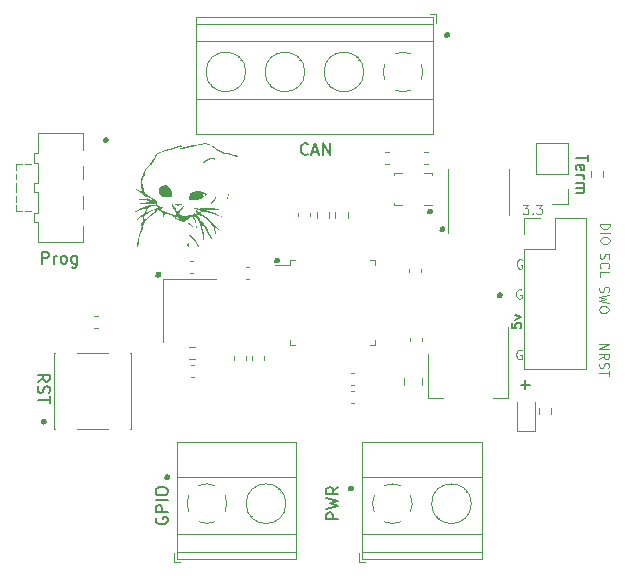
<source format=gbr>
%TF.GenerationSoftware,KiCad,Pcbnew,7.0.7*%
%TF.CreationDate,2024-03-24T23:16:09-05:00*%
%TF.ProjectId,lsm6dsoxCANEnabled,6c736d36-6473-46f7-9843-414e456e6162,rev?*%
%TF.SameCoordinates,Original*%
%TF.FileFunction,Legend,Top*%
%TF.FilePolarity,Positive*%
%FSLAX46Y46*%
G04 Gerber Fmt 4.6, Leading zero omitted, Abs format (unit mm)*
G04 Created by KiCad (PCBNEW 7.0.7) date 2024-03-24 23:16:09*
%MOMM*%
%LPD*%
G01*
G04 APERTURE LIST*
%ADD10C,0.150000*%
%ADD11C,0.500000*%
%ADD12C,0.100000*%
%ADD13C,0.120000*%
G04 APERTURE END LIST*
D10*
X94794295Y-46329887D02*
X94794295Y-46710839D01*
X94794295Y-46710839D02*
X95175247Y-46748935D01*
X95175247Y-46748935D02*
X95137152Y-46710839D01*
X95137152Y-46710839D02*
X95099057Y-46634649D01*
X95099057Y-46634649D02*
X95099057Y-46444173D01*
X95099057Y-46444173D02*
X95137152Y-46367982D01*
X95137152Y-46367982D02*
X95175247Y-46329887D01*
X95175247Y-46329887D02*
X95251438Y-46291792D01*
X95251438Y-46291792D02*
X95441914Y-46291792D01*
X95441914Y-46291792D02*
X95518104Y-46329887D01*
X95518104Y-46329887D02*
X95556200Y-46367982D01*
X95556200Y-46367982D02*
X95594295Y-46444173D01*
X95594295Y-46444173D02*
X95594295Y-46634649D01*
X95594295Y-46634649D02*
X95556200Y-46710839D01*
X95556200Y-46710839D02*
X95518104Y-46748935D01*
X95060961Y-46025125D02*
X95594295Y-45834649D01*
X95594295Y-45834649D02*
X95060961Y-45644172D01*
D11*
X81200000Y-60300000D02*
G75*
G03*
X81200000Y-60300000I-50000J0D01*
G01*
X65650000Y-59350000D02*
G75*
G03*
X65650000Y-59350000I-50000J0D01*
G01*
X55200000Y-54650000D02*
G75*
G03*
X55200000Y-54650000I-50000J0D01*
G01*
X88950000Y-38350000D02*
G75*
G03*
X88950000Y-38350000I-50000J0D01*
G01*
X74950000Y-41000000D02*
G75*
G03*
X74950000Y-41000000I-50000J0D01*
G01*
X87900000Y-36850000D02*
G75*
G03*
X87900000Y-36850000I-50000J0D01*
G01*
X60450000Y-30800000D02*
G75*
G03*
X60450000Y-30800000I-50000J0D01*
G01*
X89350000Y-21900000D02*
G75*
G03*
X89350000Y-21900000I-50000J0D01*
G01*
X64900000Y-42200000D02*
G75*
G03*
X64900000Y-42200000I-50000J0D01*
G01*
X93800000Y-43950000D02*
G75*
G03*
X93800000Y-43950000I-50000J0D01*
G01*
D10*
X54680180Y-51258207D02*
X55156371Y-50924874D01*
X54680180Y-50686779D02*
X55680180Y-50686779D01*
X55680180Y-50686779D02*
X55680180Y-51067731D01*
X55680180Y-51067731D02*
X55632561Y-51162969D01*
X55632561Y-51162969D02*
X55584942Y-51210588D01*
X55584942Y-51210588D02*
X55489704Y-51258207D01*
X55489704Y-51258207D02*
X55346847Y-51258207D01*
X55346847Y-51258207D02*
X55251609Y-51210588D01*
X55251609Y-51210588D02*
X55203990Y-51162969D01*
X55203990Y-51162969D02*
X55156371Y-51067731D01*
X55156371Y-51067731D02*
X55156371Y-50686779D01*
X54727800Y-51639160D02*
X54680180Y-51782017D01*
X54680180Y-51782017D02*
X54680180Y-52020112D01*
X54680180Y-52020112D02*
X54727800Y-52115350D01*
X54727800Y-52115350D02*
X54775419Y-52162969D01*
X54775419Y-52162969D02*
X54870657Y-52210588D01*
X54870657Y-52210588D02*
X54965895Y-52210588D01*
X54965895Y-52210588D02*
X55061133Y-52162969D01*
X55061133Y-52162969D02*
X55108752Y-52115350D01*
X55108752Y-52115350D02*
X55156371Y-52020112D01*
X55156371Y-52020112D02*
X55203990Y-51829636D01*
X55203990Y-51829636D02*
X55251609Y-51734398D01*
X55251609Y-51734398D02*
X55299228Y-51686779D01*
X55299228Y-51686779D02*
X55394466Y-51639160D01*
X55394466Y-51639160D02*
X55489704Y-51639160D01*
X55489704Y-51639160D02*
X55584942Y-51686779D01*
X55584942Y-51686779D02*
X55632561Y-51734398D01*
X55632561Y-51734398D02*
X55680180Y-51829636D01*
X55680180Y-51829636D02*
X55680180Y-52067731D01*
X55680180Y-52067731D02*
X55632561Y-52210588D01*
X55680180Y-52496303D02*
X55680180Y-53067731D01*
X54680180Y-52782017D02*
X55680180Y-52782017D01*
D12*
X95650312Y-48609990D02*
X95574122Y-48571895D01*
X95574122Y-48571895D02*
X95459836Y-48571895D01*
X95459836Y-48571895D02*
X95345550Y-48609990D01*
X95345550Y-48609990D02*
X95269360Y-48686180D01*
X95269360Y-48686180D02*
X95231265Y-48762371D01*
X95231265Y-48762371D02*
X95193169Y-48914752D01*
X95193169Y-48914752D02*
X95193169Y-49029038D01*
X95193169Y-49029038D02*
X95231265Y-49181419D01*
X95231265Y-49181419D02*
X95269360Y-49257609D01*
X95269360Y-49257609D02*
X95345550Y-49333800D01*
X95345550Y-49333800D02*
X95459836Y-49371895D01*
X95459836Y-49371895D02*
X95536027Y-49371895D01*
X95536027Y-49371895D02*
X95650312Y-49333800D01*
X95650312Y-49333800D02*
X95688408Y-49295704D01*
X95688408Y-49295704D02*
X95688408Y-49029038D01*
X95688408Y-49029038D02*
X95536027Y-49029038D01*
D10*
X95586779Y-51538866D02*
X96348684Y-51538866D01*
X95967731Y-51919819D02*
X95967731Y-51157914D01*
X80119819Y-62913220D02*
X79119819Y-62913220D01*
X79119819Y-62913220D02*
X79119819Y-62532268D01*
X79119819Y-62532268D02*
X79167438Y-62437030D01*
X79167438Y-62437030D02*
X79215057Y-62389411D01*
X79215057Y-62389411D02*
X79310295Y-62341792D01*
X79310295Y-62341792D02*
X79453152Y-62341792D01*
X79453152Y-62341792D02*
X79548390Y-62389411D01*
X79548390Y-62389411D02*
X79596009Y-62437030D01*
X79596009Y-62437030D02*
X79643628Y-62532268D01*
X79643628Y-62532268D02*
X79643628Y-62913220D01*
X79119819Y-62008458D02*
X80119819Y-61770363D01*
X80119819Y-61770363D02*
X79405533Y-61579887D01*
X79405533Y-61579887D02*
X80119819Y-61389411D01*
X80119819Y-61389411D02*
X79119819Y-61151316D01*
X80119819Y-60198935D02*
X79643628Y-60532268D01*
X80119819Y-60770363D02*
X79119819Y-60770363D01*
X79119819Y-60770363D02*
X79119819Y-60389411D01*
X79119819Y-60389411D02*
X79167438Y-60294173D01*
X79167438Y-60294173D02*
X79215057Y-60246554D01*
X79215057Y-60246554D02*
X79310295Y-60198935D01*
X79310295Y-60198935D02*
X79453152Y-60198935D01*
X79453152Y-60198935D02*
X79548390Y-60246554D01*
X79548390Y-60246554D02*
X79596009Y-60294173D01*
X79596009Y-60294173D02*
X79643628Y-60389411D01*
X79643628Y-60389411D02*
X79643628Y-60770363D01*
D12*
X95625312Y-43484990D02*
X95549122Y-43446895D01*
X95549122Y-43446895D02*
X95434836Y-43446895D01*
X95434836Y-43446895D02*
X95320550Y-43484990D01*
X95320550Y-43484990D02*
X95244360Y-43561180D01*
X95244360Y-43561180D02*
X95206265Y-43637371D01*
X95206265Y-43637371D02*
X95168169Y-43789752D01*
X95168169Y-43789752D02*
X95168169Y-43904038D01*
X95168169Y-43904038D02*
X95206265Y-44056419D01*
X95206265Y-44056419D02*
X95244360Y-44132609D01*
X95244360Y-44132609D02*
X95320550Y-44208800D01*
X95320550Y-44208800D02*
X95434836Y-44246895D01*
X95434836Y-44246895D02*
X95511027Y-44246895D01*
X95511027Y-44246895D02*
X95625312Y-44208800D01*
X95625312Y-44208800D02*
X95663408Y-44170704D01*
X95663408Y-44170704D02*
X95663408Y-43904038D01*
X95663408Y-43904038D02*
X95511027Y-43904038D01*
X95675312Y-40934990D02*
X95599122Y-40896895D01*
X95599122Y-40896895D02*
X95484836Y-40896895D01*
X95484836Y-40896895D02*
X95370550Y-40934990D01*
X95370550Y-40934990D02*
X95294360Y-41011180D01*
X95294360Y-41011180D02*
X95256265Y-41087371D01*
X95256265Y-41087371D02*
X95218169Y-41239752D01*
X95218169Y-41239752D02*
X95218169Y-41354038D01*
X95218169Y-41354038D02*
X95256265Y-41506419D01*
X95256265Y-41506419D02*
X95294360Y-41582609D01*
X95294360Y-41582609D02*
X95370550Y-41658800D01*
X95370550Y-41658800D02*
X95484836Y-41696895D01*
X95484836Y-41696895D02*
X95561027Y-41696895D01*
X95561027Y-41696895D02*
X95675312Y-41658800D01*
X95675312Y-41658800D02*
X95713408Y-41620704D01*
X95713408Y-41620704D02*
X95713408Y-41354038D01*
X95713408Y-41354038D02*
X95561027Y-41354038D01*
X102241200Y-43218169D02*
X102203104Y-43332455D01*
X102203104Y-43332455D02*
X102203104Y-43522931D01*
X102203104Y-43522931D02*
X102241200Y-43599122D01*
X102241200Y-43599122D02*
X102279295Y-43637217D01*
X102279295Y-43637217D02*
X102355485Y-43675312D01*
X102355485Y-43675312D02*
X102431676Y-43675312D01*
X102431676Y-43675312D02*
X102507866Y-43637217D01*
X102507866Y-43637217D02*
X102545961Y-43599122D01*
X102545961Y-43599122D02*
X102584057Y-43522931D01*
X102584057Y-43522931D02*
X102622152Y-43370550D01*
X102622152Y-43370550D02*
X102660247Y-43294360D01*
X102660247Y-43294360D02*
X102698342Y-43256265D01*
X102698342Y-43256265D02*
X102774533Y-43218169D01*
X102774533Y-43218169D02*
X102850723Y-43218169D01*
X102850723Y-43218169D02*
X102926914Y-43256265D01*
X102926914Y-43256265D02*
X102965009Y-43294360D01*
X102965009Y-43294360D02*
X103003104Y-43370550D01*
X103003104Y-43370550D02*
X103003104Y-43561027D01*
X103003104Y-43561027D02*
X102965009Y-43675312D01*
X103003104Y-43941979D02*
X102203104Y-44132455D01*
X102203104Y-44132455D02*
X102774533Y-44284836D01*
X102774533Y-44284836D02*
X102203104Y-44437217D01*
X102203104Y-44437217D02*
X103003104Y-44627694D01*
X103003104Y-45084837D02*
X103003104Y-45237218D01*
X103003104Y-45237218D02*
X102965009Y-45313408D01*
X102965009Y-45313408D02*
X102888819Y-45389599D01*
X102888819Y-45389599D02*
X102736438Y-45427694D01*
X102736438Y-45427694D02*
X102469771Y-45427694D01*
X102469771Y-45427694D02*
X102317390Y-45389599D01*
X102317390Y-45389599D02*
X102241200Y-45313408D01*
X102241200Y-45313408D02*
X102203104Y-45237218D01*
X102203104Y-45237218D02*
X102203104Y-45084837D01*
X102203104Y-45084837D02*
X102241200Y-45008646D01*
X102241200Y-45008646D02*
X102317390Y-44932456D01*
X102317390Y-44932456D02*
X102469771Y-44894360D01*
X102469771Y-44894360D02*
X102736438Y-44894360D01*
X102736438Y-44894360D02*
X102888819Y-44932456D01*
X102888819Y-44932456D02*
X102965009Y-45008646D01*
X102965009Y-45008646D02*
X103003104Y-45084837D01*
X102203104Y-48056265D02*
X103003104Y-48056265D01*
X103003104Y-48056265D02*
X102203104Y-48513408D01*
X102203104Y-48513408D02*
X103003104Y-48513408D01*
X102203104Y-49351503D02*
X102584057Y-49084836D01*
X102203104Y-48894360D02*
X103003104Y-48894360D01*
X103003104Y-48894360D02*
X103003104Y-49199122D01*
X103003104Y-49199122D02*
X102965009Y-49275312D01*
X102965009Y-49275312D02*
X102926914Y-49313407D01*
X102926914Y-49313407D02*
X102850723Y-49351503D01*
X102850723Y-49351503D02*
X102736438Y-49351503D01*
X102736438Y-49351503D02*
X102660247Y-49313407D01*
X102660247Y-49313407D02*
X102622152Y-49275312D01*
X102622152Y-49275312D02*
X102584057Y-49199122D01*
X102584057Y-49199122D02*
X102584057Y-48894360D01*
X102241200Y-49656264D02*
X102203104Y-49770550D01*
X102203104Y-49770550D02*
X102203104Y-49961026D01*
X102203104Y-49961026D02*
X102241200Y-50037217D01*
X102241200Y-50037217D02*
X102279295Y-50075312D01*
X102279295Y-50075312D02*
X102355485Y-50113407D01*
X102355485Y-50113407D02*
X102431676Y-50113407D01*
X102431676Y-50113407D02*
X102507866Y-50075312D01*
X102507866Y-50075312D02*
X102545961Y-50037217D01*
X102545961Y-50037217D02*
X102584057Y-49961026D01*
X102584057Y-49961026D02*
X102622152Y-49808645D01*
X102622152Y-49808645D02*
X102660247Y-49732455D01*
X102660247Y-49732455D02*
X102698342Y-49694360D01*
X102698342Y-49694360D02*
X102774533Y-49656264D01*
X102774533Y-49656264D02*
X102850723Y-49656264D01*
X102850723Y-49656264D02*
X102926914Y-49694360D01*
X102926914Y-49694360D02*
X102965009Y-49732455D01*
X102965009Y-49732455D02*
X103003104Y-49808645D01*
X103003104Y-49808645D02*
X103003104Y-49999122D01*
X103003104Y-49999122D02*
X102965009Y-50113407D01*
X103003104Y-50341979D02*
X103003104Y-50799122D01*
X102203104Y-50570550D02*
X103003104Y-50570550D01*
D10*
X101280180Y-32043922D02*
X101280180Y-32615350D01*
X100280180Y-32329636D02*
X101280180Y-32329636D01*
X100327800Y-33329636D02*
X100280180Y-33234398D01*
X100280180Y-33234398D02*
X100280180Y-33043922D01*
X100280180Y-33043922D02*
X100327800Y-32948684D01*
X100327800Y-32948684D02*
X100423038Y-32901065D01*
X100423038Y-32901065D02*
X100803990Y-32901065D01*
X100803990Y-32901065D02*
X100899228Y-32948684D01*
X100899228Y-32948684D02*
X100946847Y-33043922D01*
X100946847Y-33043922D02*
X100946847Y-33234398D01*
X100946847Y-33234398D02*
X100899228Y-33329636D01*
X100899228Y-33329636D02*
X100803990Y-33377255D01*
X100803990Y-33377255D02*
X100708752Y-33377255D01*
X100708752Y-33377255D02*
X100613514Y-32901065D01*
X100280180Y-33805827D02*
X100946847Y-33805827D01*
X100756371Y-33805827D02*
X100851609Y-33853446D01*
X100851609Y-33853446D02*
X100899228Y-33901065D01*
X100899228Y-33901065D02*
X100946847Y-33996303D01*
X100946847Y-33996303D02*
X100946847Y-34091541D01*
X100280180Y-34424875D02*
X100946847Y-34424875D01*
X100851609Y-34424875D02*
X100899228Y-34472494D01*
X100899228Y-34472494D02*
X100946847Y-34567732D01*
X100946847Y-34567732D02*
X100946847Y-34710589D01*
X100946847Y-34710589D02*
X100899228Y-34805827D01*
X100899228Y-34805827D02*
X100803990Y-34853446D01*
X100803990Y-34853446D02*
X100280180Y-34853446D01*
X100803990Y-34853446D02*
X100899228Y-34901065D01*
X100899228Y-34901065D02*
X100946847Y-34996303D01*
X100946847Y-34996303D02*
X100946847Y-35139160D01*
X100946847Y-35139160D02*
X100899228Y-35234399D01*
X100899228Y-35234399D02*
X100803990Y-35282018D01*
X100803990Y-35282018D02*
X100280180Y-35282018D01*
D12*
X102291200Y-40418169D02*
X102253104Y-40532455D01*
X102253104Y-40532455D02*
X102253104Y-40722931D01*
X102253104Y-40722931D02*
X102291200Y-40799122D01*
X102291200Y-40799122D02*
X102329295Y-40837217D01*
X102329295Y-40837217D02*
X102405485Y-40875312D01*
X102405485Y-40875312D02*
X102481676Y-40875312D01*
X102481676Y-40875312D02*
X102557866Y-40837217D01*
X102557866Y-40837217D02*
X102595961Y-40799122D01*
X102595961Y-40799122D02*
X102634057Y-40722931D01*
X102634057Y-40722931D02*
X102672152Y-40570550D01*
X102672152Y-40570550D02*
X102710247Y-40494360D01*
X102710247Y-40494360D02*
X102748342Y-40456265D01*
X102748342Y-40456265D02*
X102824533Y-40418169D01*
X102824533Y-40418169D02*
X102900723Y-40418169D01*
X102900723Y-40418169D02*
X102976914Y-40456265D01*
X102976914Y-40456265D02*
X103015009Y-40494360D01*
X103015009Y-40494360D02*
X103053104Y-40570550D01*
X103053104Y-40570550D02*
X103053104Y-40761027D01*
X103053104Y-40761027D02*
X103015009Y-40875312D01*
X102329295Y-41675313D02*
X102291200Y-41637217D01*
X102291200Y-41637217D02*
X102253104Y-41522932D01*
X102253104Y-41522932D02*
X102253104Y-41446741D01*
X102253104Y-41446741D02*
X102291200Y-41332455D01*
X102291200Y-41332455D02*
X102367390Y-41256265D01*
X102367390Y-41256265D02*
X102443580Y-41218170D01*
X102443580Y-41218170D02*
X102595961Y-41180074D01*
X102595961Y-41180074D02*
X102710247Y-41180074D01*
X102710247Y-41180074D02*
X102862628Y-41218170D01*
X102862628Y-41218170D02*
X102938819Y-41256265D01*
X102938819Y-41256265D02*
X103015009Y-41332455D01*
X103015009Y-41332455D02*
X103053104Y-41446741D01*
X103053104Y-41446741D02*
X103053104Y-41522932D01*
X103053104Y-41522932D02*
X103015009Y-41637217D01*
X103015009Y-41637217D02*
X102976914Y-41675313D01*
X102253104Y-42399122D02*
X102253104Y-42018170D01*
X102253104Y-42018170D02*
X103053104Y-42018170D01*
D10*
X77558207Y-31974580D02*
X77510588Y-32022200D01*
X77510588Y-32022200D02*
X77367731Y-32069819D01*
X77367731Y-32069819D02*
X77272493Y-32069819D01*
X77272493Y-32069819D02*
X77129636Y-32022200D01*
X77129636Y-32022200D02*
X77034398Y-31926961D01*
X77034398Y-31926961D02*
X76986779Y-31831723D01*
X76986779Y-31831723D02*
X76939160Y-31641247D01*
X76939160Y-31641247D02*
X76939160Y-31498390D01*
X76939160Y-31498390D02*
X76986779Y-31307914D01*
X76986779Y-31307914D02*
X77034398Y-31212676D01*
X77034398Y-31212676D02*
X77129636Y-31117438D01*
X77129636Y-31117438D02*
X77272493Y-31069819D01*
X77272493Y-31069819D02*
X77367731Y-31069819D01*
X77367731Y-31069819D02*
X77510588Y-31117438D01*
X77510588Y-31117438D02*
X77558207Y-31165057D01*
X77939160Y-31784104D02*
X78415350Y-31784104D01*
X77843922Y-32069819D02*
X78177255Y-31069819D01*
X78177255Y-31069819D02*
X78510588Y-32069819D01*
X78843922Y-32069819D02*
X78843922Y-31069819D01*
X78843922Y-31069819D02*
X79415350Y-32069819D01*
X79415350Y-32069819D02*
X79415350Y-31069819D01*
D12*
X102303104Y-37906265D02*
X103103104Y-37906265D01*
X103103104Y-37906265D02*
X103103104Y-38096741D01*
X103103104Y-38096741D02*
X103065009Y-38211027D01*
X103065009Y-38211027D02*
X102988819Y-38287217D01*
X102988819Y-38287217D02*
X102912628Y-38325312D01*
X102912628Y-38325312D02*
X102760247Y-38363408D01*
X102760247Y-38363408D02*
X102645961Y-38363408D01*
X102645961Y-38363408D02*
X102493580Y-38325312D01*
X102493580Y-38325312D02*
X102417390Y-38287217D01*
X102417390Y-38287217D02*
X102341200Y-38211027D01*
X102341200Y-38211027D02*
X102303104Y-38096741D01*
X102303104Y-38096741D02*
X102303104Y-37906265D01*
X102303104Y-38706265D02*
X103103104Y-38706265D01*
X103103104Y-39239598D02*
X103103104Y-39391979D01*
X103103104Y-39391979D02*
X103065009Y-39468169D01*
X103065009Y-39468169D02*
X102988819Y-39544360D01*
X102988819Y-39544360D02*
X102836438Y-39582455D01*
X102836438Y-39582455D02*
X102569771Y-39582455D01*
X102569771Y-39582455D02*
X102417390Y-39544360D01*
X102417390Y-39544360D02*
X102341200Y-39468169D01*
X102341200Y-39468169D02*
X102303104Y-39391979D01*
X102303104Y-39391979D02*
X102303104Y-39239598D01*
X102303104Y-39239598D02*
X102341200Y-39163407D01*
X102341200Y-39163407D02*
X102417390Y-39087217D01*
X102417390Y-39087217D02*
X102569771Y-39049121D01*
X102569771Y-39049121D02*
X102836438Y-39049121D01*
X102836438Y-39049121D02*
X102988819Y-39087217D01*
X102988819Y-39087217D02*
X103065009Y-39163407D01*
X103065009Y-39163407D02*
X103103104Y-39239598D01*
X95730074Y-36296895D02*
X96225312Y-36296895D01*
X96225312Y-36296895D02*
X95958646Y-36601657D01*
X95958646Y-36601657D02*
X96072931Y-36601657D01*
X96072931Y-36601657D02*
X96149122Y-36639752D01*
X96149122Y-36639752D02*
X96187217Y-36677847D01*
X96187217Y-36677847D02*
X96225312Y-36754038D01*
X96225312Y-36754038D02*
X96225312Y-36944514D01*
X96225312Y-36944514D02*
X96187217Y-37020704D01*
X96187217Y-37020704D02*
X96149122Y-37058800D01*
X96149122Y-37058800D02*
X96072931Y-37096895D01*
X96072931Y-37096895D02*
X95844360Y-37096895D01*
X95844360Y-37096895D02*
X95768169Y-37058800D01*
X95768169Y-37058800D02*
X95730074Y-37020704D01*
X96568170Y-37020704D02*
X96606265Y-37058800D01*
X96606265Y-37058800D02*
X96568170Y-37096895D01*
X96568170Y-37096895D02*
X96530074Y-37058800D01*
X96530074Y-37058800D02*
X96568170Y-37020704D01*
X96568170Y-37020704D02*
X96568170Y-37096895D01*
X96872931Y-36296895D02*
X97368169Y-36296895D01*
X97368169Y-36296895D02*
X97101503Y-36601657D01*
X97101503Y-36601657D02*
X97215788Y-36601657D01*
X97215788Y-36601657D02*
X97291979Y-36639752D01*
X97291979Y-36639752D02*
X97330074Y-36677847D01*
X97330074Y-36677847D02*
X97368169Y-36754038D01*
X97368169Y-36754038D02*
X97368169Y-36944514D01*
X97368169Y-36944514D02*
X97330074Y-37020704D01*
X97330074Y-37020704D02*
X97291979Y-37058800D01*
X97291979Y-37058800D02*
X97215788Y-37096895D01*
X97215788Y-37096895D02*
X96987217Y-37096895D01*
X96987217Y-37096895D02*
X96911026Y-37058800D01*
X96911026Y-37058800D02*
X96872931Y-37020704D01*
D10*
X55036779Y-41269819D02*
X55036779Y-40269819D01*
X55036779Y-40269819D02*
X55417731Y-40269819D01*
X55417731Y-40269819D02*
X55512969Y-40317438D01*
X55512969Y-40317438D02*
X55560588Y-40365057D01*
X55560588Y-40365057D02*
X55608207Y-40460295D01*
X55608207Y-40460295D02*
X55608207Y-40603152D01*
X55608207Y-40603152D02*
X55560588Y-40698390D01*
X55560588Y-40698390D02*
X55512969Y-40746009D01*
X55512969Y-40746009D02*
X55417731Y-40793628D01*
X55417731Y-40793628D02*
X55036779Y-40793628D01*
X56036779Y-41269819D02*
X56036779Y-40603152D01*
X56036779Y-40793628D02*
X56084398Y-40698390D01*
X56084398Y-40698390D02*
X56132017Y-40650771D01*
X56132017Y-40650771D02*
X56227255Y-40603152D01*
X56227255Y-40603152D02*
X56322493Y-40603152D01*
X56798684Y-41269819D02*
X56703446Y-41222200D01*
X56703446Y-41222200D02*
X56655827Y-41174580D01*
X56655827Y-41174580D02*
X56608208Y-41079342D01*
X56608208Y-41079342D02*
X56608208Y-40793628D01*
X56608208Y-40793628D02*
X56655827Y-40698390D01*
X56655827Y-40698390D02*
X56703446Y-40650771D01*
X56703446Y-40650771D02*
X56798684Y-40603152D01*
X56798684Y-40603152D02*
X56941541Y-40603152D01*
X56941541Y-40603152D02*
X57036779Y-40650771D01*
X57036779Y-40650771D02*
X57084398Y-40698390D01*
X57084398Y-40698390D02*
X57132017Y-40793628D01*
X57132017Y-40793628D02*
X57132017Y-41079342D01*
X57132017Y-41079342D02*
X57084398Y-41174580D01*
X57084398Y-41174580D02*
X57036779Y-41222200D01*
X57036779Y-41222200D02*
X56941541Y-41269819D01*
X56941541Y-41269819D02*
X56798684Y-41269819D01*
X57989160Y-40603152D02*
X57989160Y-41412676D01*
X57989160Y-41412676D02*
X57941541Y-41507914D01*
X57941541Y-41507914D02*
X57893922Y-41555533D01*
X57893922Y-41555533D02*
X57798684Y-41603152D01*
X57798684Y-41603152D02*
X57655827Y-41603152D01*
X57655827Y-41603152D02*
X57560589Y-41555533D01*
X57989160Y-41222200D02*
X57893922Y-41269819D01*
X57893922Y-41269819D02*
X57703446Y-41269819D01*
X57703446Y-41269819D02*
X57608208Y-41222200D01*
X57608208Y-41222200D02*
X57560589Y-41174580D01*
X57560589Y-41174580D02*
X57512970Y-41079342D01*
X57512970Y-41079342D02*
X57512970Y-40793628D01*
X57512970Y-40793628D02*
X57560589Y-40698390D01*
X57560589Y-40698390D02*
X57608208Y-40650771D01*
X57608208Y-40650771D02*
X57703446Y-40603152D01*
X57703446Y-40603152D02*
X57893922Y-40603152D01*
X57893922Y-40603152D02*
X57989160Y-40650771D01*
X64717438Y-62789411D02*
X64669819Y-62884649D01*
X64669819Y-62884649D02*
X64669819Y-63027506D01*
X64669819Y-63027506D02*
X64717438Y-63170363D01*
X64717438Y-63170363D02*
X64812676Y-63265601D01*
X64812676Y-63265601D02*
X64907914Y-63313220D01*
X64907914Y-63313220D02*
X65098390Y-63360839D01*
X65098390Y-63360839D02*
X65241247Y-63360839D01*
X65241247Y-63360839D02*
X65431723Y-63313220D01*
X65431723Y-63313220D02*
X65526961Y-63265601D01*
X65526961Y-63265601D02*
X65622200Y-63170363D01*
X65622200Y-63170363D02*
X65669819Y-63027506D01*
X65669819Y-63027506D02*
X65669819Y-62932268D01*
X65669819Y-62932268D02*
X65622200Y-62789411D01*
X65622200Y-62789411D02*
X65574580Y-62741792D01*
X65574580Y-62741792D02*
X65241247Y-62741792D01*
X65241247Y-62741792D02*
X65241247Y-62932268D01*
X65669819Y-62313220D02*
X64669819Y-62313220D01*
X64669819Y-62313220D02*
X64669819Y-61932268D01*
X64669819Y-61932268D02*
X64717438Y-61837030D01*
X64717438Y-61837030D02*
X64765057Y-61789411D01*
X64765057Y-61789411D02*
X64860295Y-61741792D01*
X64860295Y-61741792D02*
X65003152Y-61741792D01*
X65003152Y-61741792D02*
X65098390Y-61789411D01*
X65098390Y-61789411D02*
X65146009Y-61837030D01*
X65146009Y-61837030D02*
X65193628Y-61932268D01*
X65193628Y-61932268D02*
X65193628Y-62313220D01*
X65669819Y-61313220D02*
X64669819Y-61313220D01*
X64669819Y-60646554D02*
X64669819Y-60456078D01*
X64669819Y-60456078D02*
X64717438Y-60360840D01*
X64717438Y-60360840D02*
X64812676Y-60265602D01*
X64812676Y-60265602D02*
X65003152Y-60217983D01*
X65003152Y-60217983D02*
X65336485Y-60217983D01*
X65336485Y-60217983D02*
X65526961Y-60265602D01*
X65526961Y-60265602D02*
X65622200Y-60360840D01*
X65622200Y-60360840D02*
X65669819Y-60456078D01*
X65669819Y-60456078D02*
X65669819Y-60646554D01*
X65669819Y-60646554D02*
X65622200Y-60741792D01*
X65622200Y-60741792D02*
X65526961Y-60837030D01*
X65526961Y-60837030D02*
X65336485Y-60884649D01*
X65336485Y-60884649D02*
X65003152Y-60884649D01*
X65003152Y-60884649D02*
X64812676Y-60837030D01*
X64812676Y-60837030D02*
X64717438Y-60741792D01*
X64717438Y-60741792D02*
X64669819Y-60646554D01*
D13*
%TO.C,C4*%
X87210000Y-47553733D02*
X87210000Y-47846267D01*
X86190000Y-47553733D02*
X86190000Y-47846267D01*
%TO.C,U5*%
X94510000Y-46650000D02*
X94510000Y-52660000D01*
X87690000Y-48900000D02*
X87690000Y-52660000D01*
X87690000Y-52660000D02*
X88950000Y-52660000D01*
X94510000Y-52660000D02*
X93250000Y-52660000D01*
%TO.C,C5*%
X85715000Y-51511252D02*
X85715000Y-50988748D01*
X87185000Y-51511252D02*
X87185000Y-50988748D01*
%TO.C,R1*%
X80922500Y-36895276D02*
X80922500Y-37404724D01*
X79877500Y-36895276D02*
X79877500Y-37404724D01*
%TO.C,Y1*%
X69800000Y-42550000D02*
X65300000Y-42550000D01*
X65300000Y-42550000D02*
X65300000Y-47950000D01*
%TO.C,C13*%
X84103733Y-31790000D02*
X84396267Y-31790000D01*
X84103733Y-32810000D02*
X84396267Y-32810000D01*
%TO.C,C7*%
X81471267Y-51560000D02*
X81178733Y-51560000D01*
X81471267Y-50540000D02*
X81178733Y-50540000D01*
%TO.C,U2*%
X89440000Y-35200000D02*
X89440000Y-38650000D01*
X89440000Y-35200000D02*
X89440000Y-33250000D01*
X94560000Y-35200000D02*
X94560000Y-37150000D01*
X94560000Y-35200000D02*
X94560000Y-33250000D01*
%TO.C,U3*%
X76027500Y-40940000D02*
X76027500Y-41390000D01*
X76027500Y-41390000D02*
X74737500Y-41390000D01*
X76027500Y-48160000D02*
X76027500Y-47710000D01*
X76477500Y-40940000D02*
X76027500Y-40940000D01*
X76477500Y-48160000D02*
X76027500Y-48160000D01*
X82797500Y-40940000D02*
X83247500Y-40940000D01*
X82797500Y-48160000D02*
X83247500Y-48160000D01*
X83247500Y-40940000D02*
X83247500Y-41390000D01*
X83247500Y-48160000D02*
X83247500Y-47710000D01*
%TO.C,C2*%
X67553733Y-41040000D02*
X67846267Y-41040000D01*
X67553733Y-42060000D02*
X67846267Y-42060000D01*
%TO.C,R4*%
X101527500Y-33904724D02*
X101527500Y-33395276D01*
X102572500Y-33904724D02*
X102572500Y-33395276D01*
%TO.C,J4*%
X95880000Y-37400000D02*
X97210000Y-37400000D01*
X95880000Y-38730000D02*
X95880000Y-37400000D01*
X95880000Y-40000000D02*
X95880000Y-50220000D01*
X95880000Y-40000000D02*
X98480000Y-40000000D01*
X95880000Y-50220000D02*
X101080000Y-50220000D01*
X98480000Y-37400000D02*
X101080000Y-37400000D01*
X98480000Y-40000000D02*
X98480000Y-37400000D01*
X101080000Y-37400000D02*
X101080000Y-50220000D01*
%TO.C,G\u002A\u002A\u002A*%
G36*
X66616967Y-36237099D02*
G01*
X66820095Y-36261473D01*
X66933208Y-36284760D01*
X66941567Y-36290645D01*
X66872316Y-36325273D01*
X66712156Y-36350719D01*
X66532475Y-36358681D01*
X66434379Y-36349629D01*
X66300100Y-36302737D01*
X66304402Y-36259074D01*
X66423949Y-36233023D01*
X66616967Y-36237099D01*
G37*
G36*
X67501141Y-37838000D02*
G01*
X67649128Y-37936279D01*
X67778812Y-38048181D01*
X67837152Y-38131979D01*
X67833007Y-38145212D01*
X67751593Y-38124843D01*
X67598143Y-38025973D01*
X67550193Y-37988864D01*
X67415938Y-37867155D01*
X67375841Y-37799856D01*
X67387893Y-37795067D01*
X67501141Y-37838000D01*
G37*
G36*
X67410979Y-39486107D02*
G01*
X67445207Y-39655452D01*
X67445778Y-39659314D01*
X67451582Y-39829031D01*
X67416239Y-39902673D01*
X67414414Y-39902764D01*
X67367288Y-39832191D01*
X67347323Y-39662171D01*
X67347318Y-39659314D01*
X67356423Y-39488225D01*
X67378352Y-39415877D01*
X67378683Y-39415863D01*
X67410979Y-39486107D01*
G37*
G36*
X70904350Y-35186847D02*
G01*
X70905717Y-35236630D01*
X70867524Y-35490637D01*
X70787719Y-35682956D01*
X70713452Y-35789872D01*
X70710693Y-35752783D01*
X70720401Y-35723531D01*
X70777070Y-35531367D01*
X70835920Y-35288691D01*
X70838399Y-35277205D01*
X70878868Y-35097294D01*
X70897110Y-35069430D01*
X70904350Y-35186847D01*
G37*
G36*
X69747231Y-35621314D02*
G01*
X69749605Y-35723046D01*
X69678100Y-35888941D01*
X69566018Y-36061283D01*
X69446656Y-36182356D01*
X69413011Y-36200598D01*
X69293908Y-36241143D01*
X69272517Y-36221064D01*
X69354364Y-36119028D01*
X69465239Y-35998974D01*
X69611550Y-35823582D01*
X69693986Y-35688356D01*
X69700673Y-35660849D01*
X69731676Y-35610730D01*
X69747231Y-35621314D01*
G37*
G36*
X67632343Y-38871097D02*
G01*
X67747470Y-38949353D01*
X67886175Y-39117882D01*
X68033632Y-39334713D01*
X68183210Y-39560583D01*
X68304045Y-39739256D01*
X68347653Y-39801326D01*
X68392299Y-39889653D01*
X68382487Y-39902764D01*
X68315547Y-39843999D01*
X68182428Y-39691602D01*
X68047950Y-39524271D01*
X67890002Y-39312857D01*
X67782986Y-39153003D01*
X67753069Y-39090346D01*
X67688828Y-39017238D01*
X67570481Y-38946855D01*
X67469496Y-38880406D01*
X67509618Y-38854547D01*
X67632343Y-38871097D01*
G37*
G36*
X69646331Y-32365706D02*
G01*
X69687226Y-32436949D01*
X69698793Y-32515217D01*
X69625075Y-32474151D01*
X69599235Y-32453185D01*
X69482359Y-32392901D01*
X69330088Y-32412412D01*
X69190194Y-32465193D01*
X68990900Y-32565043D01*
X68863754Y-32658964D01*
X68853713Y-32672120D01*
X68760288Y-32738859D01*
X68636856Y-32764129D01*
X68565693Y-32733055D01*
X68564570Y-32724396D01*
X68628306Y-32666061D01*
X68791635Y-32556872D01*
X68926864Y-32474923D01*
X69235245Y-32333302D01*
X69483255Y-32296487D01*
X69646331Y-32365706D01*
G37*
G36*
X65817436Y-34750528D02*
G01*
X65988461Y-34969264D01*
X66048516Y-35301755D01*
X66048515Y-35303289D01*
X66048114Y-35642381D01*
X65703627Y-35656773D01*
X65438981Y-35645222D01*
X65214019Y-35598551D01*
X65174787Y-35582722D01*
X64993532Y-35411215D01*
X64956200Y-35277205D01*
X65805465Y-35277205D01*
X65835157Y-35344001D01*
X65859565Y-35331305D01*
X65869277Y-35234999D01*
X65859565Y-35223105D01*
X65811321Y-35234244D01*
X65805465Y-35277205D01*
X64956200Y-35277205D01*
X64917473Y-35138186D01*
X64920431Y-35074330D01*
X65562014Y-35074330D01*
X65602590Y-35114905D01*
X65643165Y-35074330D01*
X65602590Y-35033755D01*
X65562014Y-35074330D01*
X64920431Y-35074330D01*
X64926375Y-34946034D01*
X65023221Y-34775051D01*
X65196839Y-34693262D01*
X65549031Y-34655282D01*
X65817436Y-34750528D01*
G37*
G36*
X69174267Y-31148020D02*
G01*
X69454652Y-31278015D01*
X69556770Y-31347629D01*
X69878508Y-31557524D01*
X70226733Y-31741978D01*
X70553474Y-31878841D01*
X70810763Y-31945963D01*
X70859669Y-31949256D01*
X71047514Y-31974674D01*
X71273824Y-32036847D01*
X71483697Y-32116233D01*
X71622233Y-32193294D01*
X71648276Y-32229933D01*
X71608755Y-32266403D01*
X71473495Y-32231441D01*
X71283101Y-32149993D01*
X71023554Y-32067065D01*
X70787999Y-32034859D01*
X70550955Y-31987194D01*
X70243737Y-31867875D01*
X69924623Y-31704449D01*
X69651893Y-31524464D01*
X69578947Y-31463355D01*
X69257766Y-31272624D01*
X68854240Y-31187765D01*
X68415461Y-31216733D01*
X68293253Y-31246168D01*
X67711024Y-31400536D01*
X67255500Y-31500181D01*
X66937543Y-31542802D01*
X66886302Y-31544298D01*
X66735844Y-31528989D01*
X66731088Y-31492563D01*
X66859338Y-31449270D01*
X66991359Y-31426397D01*
X67175123Y-31393545D01*
X67465347Y-31333072D01*
X67810816Y-31255831D01*
X67955217Y-31222148D01*
X68460137Y-31122874D01*
X68854624Y-31097236D01*
X69174267Y-31148020D01*
G37*
G36*
X68396056Y-35142296D02*
G01*
X68694212Y-35206514D01*
X68935839Y-35290834D01*
X69017424Y-35384848D01*
X68941160Y-35493659D01*
X68844114Y-35555433D01*
X68659818Y-35664676D01*
X68471241Y-35784394D01*
X68187810Y-35891200D01*
X67831974Y-35912121D01*
X67570481Y-35870467D01*
X67488526Y-35804681D01*
X68077669Y-35804681D01*
X68118245Y-35845256D01*
X68158820Y-35804681D01*
X68118245Y-35764106D01*
X68077669Y-35804681D01*
X67488526Y-35804681D01*
X67450088Y-35773826D01*
X67449358Y-35642381D01*
X67834219Y-35642381D01*
X67874794Y-35682956D01*
X67915369Y-35642381D01*
X67874794Y-35601806D01*
X67834219Y-35642381D01*
X67449358Y-35642381D01*
X67449107Y-35597256D01*
X67530088Y-35439505D01*
X68645721Y-35439505D01*
X68703964Y-35518333D01*
X68722081Y-35520655D01*
X68831986Y-35461668D01*
X68848596Y-35439505D01*
X68830199Y-35370033D01*
X68772235Y-35358355D01*
X68661204Y-35400724D01*
X68645721Y-35439505D01*
X67530088Y-35439505D01*
X67566161Y-35369234D01*
X67596658Y-35328724D01*
X67781465Y-35176431D01*
X68039694Y-35115205D01*
X68396056Y-35142296D01*
G37*
G36*
X66893551Y-31291725D02*
G01*
X66904075Y-31305835D01*
X66873679Y-31363199D01*
X66759711Y-31381997D01*
X66577460Y-31408523D01*
X66491184Y-31449430D01*
X66377739Y-31504213D01*
X66155983Y-31581908D01*
X65886615Y-31662074D01*
X65462938Y-31779861D01*
X65168662Y-31865865D01*
X64976328Y-31929957D01*
X64858472Y-31982009D01*
X64787634Y-32031892D01*
X64752064Y-32069904D01*
X64683643Y-32221727D01*
X64683372Y-32288916D01*
X64641650Y-32393608D01*
X64509682Y-32577799D01*
X64312945Y-32807198D01*
X64241986Y-32882970D01*
X64022566Y-33131932D01*
X63859671Y-33354275D01*
X63780325Y-33512009D01*
X63776711Y-33536949D01*
X63728433Y-33735113D01*
X63657567Y-33861855D01*
X63571089Y-34079639D01*
X63540415Y-34391842D01*
X63565464Y-34740502D01*
X63646161Y-35067660D01*
X63659232Y-35101853D01*
X63748894Y-35280164D01*
X63877208Y-35419869D01*
X64084007Y-35555049D01*
X64345640Y-35689126D01*
X64617863Y-35833678D01*
X64781689Y-35947033D01*
X64817365Y-36015174D01*
X64811758Y-36019858D01*
X64760418Y-36126231D01*
X64812897Y-36272595D01*
X64936180Y-36411666D01*
X65097251Y-36496155D01*
X65149689Y-36503871D01*
X65268560Y-36519454D01*
X65227027Y-36547718D01*
X65217126Y-36550396D01*
X65096808Y-36615872D01*
X65075114Y-36659853D01*
X65127125Y-36739738D01*
X65240955Y-36819702D01*
X65353291Y-36864313D01*
X65400957Y-36842201D01*
X65434936Y-36835127D01*
X65461819Y-36868863D01*
X65570714Y-36945348D01*
X65770647Y-37026616D01*
X66008395Y-37097916D01*
X66230732Y-37144493D01*
X66384433Y-37151597D01*
X66419818Y-37134392D01*
X66407256Y-37026420D01*
X66317812Y-36855896D01*
X66296835Y-36825334D01*
X66162724Y-36576546D01*
X66080094Y-36318699D01*
X66062149Y-36188382D01*
X66082423Y-36174493D01*
X66152302Y-36287656D01*
X66253461Y-36480480D01*
X66475473Y-36912829D01*
X66802835Y-36602206D01*
X66984712Y-36431345D01*
X67061961Y-36368406D01*
X67047274Y-36409161D01*
X66953342Y-36549383D01*
X66950953Y-36552866D01*
X66816141Y-36733775D01*
X66709620Y-36850447D01*
X66694338Y-36861968D01*
X66616240Y-36977736D01*
X66666693Y-37105589D01*
X66821313Y-37191854D01*
X67018855Y-37211260D01*
X67297710Y-37204204D01*
X67465946Y-37188132D01*
X67719810Y-37147953D01*
X67842944Y-37099568D01*
X67866763Y-37027624D01*
X67858282Y-36996377D01*
X67839821Y-36906776D01*
X67908453Y-36950777D01*
X67919656Y-36961071D01*
X68063769Y-37055793D01*
X68131144Y-37016449D01*
X68114592Y-36879921D01*
X68088617Y-36758921D01*
X68134889Y-36770662D01*
X68165929Y-36798770D01*
X68308616Y-36884219D01*
X68435202Y-36890169D01*
X68483420Y-36822735D01*
X68412466Y-36758405D01*
X68237797Y-36699923D01*
X68198498Y-36691811D01*
X68165896Y-36683808D01*
X68672771Y-36683808D01*
X68683910Y-36732051D01*
X68726871Y-36737908D01*
X68793666Y-36708216D01*
X68780971Y-36683808D01*
X68684665Y-36674096D01*
X68672771Y-36683808D01*
X68165896Y-36683808D01*
X67964011Y-36634251D01*
X67912219Y-36602658D01*
X68267020Y-36602658D01*
X68278159Y-36650901D01*
X68321120Y-36656758D01*
X68387916Y-36627066D01*
X68375220Y-36602658D01*
X68278914Y-36592946D01*
X68267020Y-36602658D01*
X67912219Y-36602658D01*
X67883174Y-36584941D01*
X67947335Y-36552103D01*
X68147844Y-36543959D01*
X68342056Y-36555361D01*
X68680529Y-36577132D01*
X69095659Y-36593761D01*
X69501813Y-36601881D01*
X69530361Y-36602057D01*
X69854050Y-36613324D01*
X70022677Y-36638469D01*
X70042139Y-36670518D01*
X69918329Y-36702499D01*
X69657142Y-36727439D01*
X69416647Y-36736568D01*
X68929746Y-36746636D01*
X69376072Y-36890665D01*
X69686407Y-37001061D01*
X69969400Y-37119507D01*
X70191139Y-37229622D01*
X70317710Y-37315021D01*
X70330925Y-37351958D01*
X70244399Y-37340832D01*
X70066445Y-37272837D01*
X69978495Y-37232294D01*
X69631764Y-37083311D01*
X69297732Y-36971483D01*
X68995948Y-36897617D01*
X68745965Y-36862516D01*
X68567332Y-36866986D01*
X68479599Y-36911832D01*
X68502318Y-36997860D01*
X68655038Y-37125873D01*
X68744025Y-37181459D01*
X68911936Y-37304098D01*
X69154554Y-37510592D01*
X69434068Y-37767830D01*
X69616389Y-37945330D01*
X69841934Y-38173159D01*
X69993531Y-38332345D01*
X70056886Y-38407374D01*
X70025273Y-38389007D01*
X69806961Y-38218496D01*
X69691675Y-38155521D01*
X69663847Y-38196817D01*
X69700918Y-38320981D01*
X69760878Y-38568734D01*
X69773516Y-38751657D01*
X69764487Y-38880331D01*
X69744730Y-38867747D01*
X69702774Y-38705329D01*
X69700893Y-38697377D01*
X69562602Y-38258404D01*
X69361292Y-37912658D01*
X69060428Y-37606756D01*
X68836269Y-37433983D01*
X68560080Y-37252154D01*
X68349270Y-37144854D01*
X68220686Y-37114871D01*
X68191174Y-37164994D01*
X68277580Y-37298013D01*
X68323519Y-37349088D01*
X68435095Y-37516196D01*
X68438809Y-37637091D01*
X68423318Y-37699552D01*
X68460036Y-37685587D01*
X68571282Y-37697997D01*
X68668615Y-37774486D01*
X68766068Y-37909843D01*
X68900827Y-38130346D01*
X69053094Y-38398990D01*
X69203071Y-38678768D01*
X69330958Y-38932674D01*
X69416959Y-39123702D01*
X69441274Y-39214847D01*
X69440128Y-39216557D01*
X69388229Y-39166259D01*
X69277335Y-39001982D01*
X69125956Y-38752348D01*
X69017720Y-38563403D01*
X68846124Y-38264597D01*
X68699986Y-38022801D01*
X68599578Y-37870912D01*
X68569910Y-37836735D01*
X68552690Y-37883925D01*
X68575666Y-38046003D01*
X68606930Y-38181369D01*
X68661980Y-38430128D01*
X68709747Y-38706020D01*
X68746620Y-38975402D01*
X68768986Y-39204626D01*
X68773236Y-39360047D01*
X68755757Y-39408018D01*
X68735079Y-39375288D01*
X68688145Y-39217076D01*
X68631157Y-38952898D01*
X68575844Y-38637618D01*
X68571831Y-38611756D01*
X68493755Y-38248072D01*
X68379600Y-37893794D01*
X68245098Y-37583502D01*
X68105977Y-37351780D01*
X67977970Y-37233211D01*
X67940963Y-37224809D01*
X67878161Y-37250683D01*
X67900263Y-37353114D01*
X67955221Y-37466861D01*
X68041326Y-37700719D01*
X68106575Y-37995612D01*
X68119716Y-38095775D01*
X68159041Y-38482636D01*
X68053636Y-38036310D01*
X67954372Y-37697292D01*
X67838927Y-37428023D01*
X67723801Y-37261879D01*
X67652398Y-37224809D01*
X67592460Y-37287097D01*
X67590768Y-37305959D01*
X67520796Y-37458612D01*
X67349270Y-37602283D01*
X67133779Y-37696129D01*
X67018687Y-37711710D01*
X66795137Y-37679601D01*
X66563776Y-37599543D01*
X66522502Y-37576460D01*
X66806317Y-37576460D01*
X66817456Y-37624703D01*
X66860417Y-37630560D01*
X66927213Y-37600868D01*
X66914517Y-37576460D01*
X66818211Y-37566747D01*
X66806317Y-37576460D01*
X66522502Y-37576460D01*
X66378528Y-37495940D01*
X66293317Y-37393194D01*
X66292366Y-37383017D01*
X66269037Y-37354825D01*
X66410059Y-37354825D01*
X66454666Y-37427684D01*
X66576857Y-37529974D01*
X66636839Y-37549409D01*
X66661574Y-37500544D01*
X66616967Y-37427684D01*
X66494776Y-37325394D01*
X66434793Y-37305959D01*
X66410059Y-37354825D01*
X66269037Y-37354825D01*
X66213776Y-37288046D01*
X65987837Y-37191469D01*
X65677367Y-37110031D01*
X65487776Y-37092260D01*
X65378487Y-37166180D01*
X65334635Y-37241705D01*
X65268505Y-37368280D01*
X65260023Y-37345968D01*
X65284742Y-37221258D01*
X65265065Y-36995027D01*
X65181148Y-36888705D01*
X65037496Y-36787080D01*
X64892079Y-36713640D01*
X64792464Y-36687989D01*
X64782831Y-36724548D01*
X64743171Y-36802179D01*
X64602894Y-36955358D01*
X64387547Y-37157532D01*
X64257441Y-37270617D01*
X63963689Y-37532259D01*
X63775752Y-37736687D01*
X63665790Y-37918766D01*
X63614213Y-38076120D01*
X63545732Y-38334244D01*
X63449089Y-38662283D01*
X63372892Y-38903596D01*
X63286151Y-39199645D01*
X63226631Y-39461796D01*
X63208660Y-39608871D01*
X63177506Y-39784076D01*
X63122334Y-39865388D01*
X63073369Y-39843244D01*
X63081693Y-39676583D01*
X63093599Y-39606439D01*
X63163006Y-39314033D01*
X63257502Y-39007351D01*
X63271119Y-38969537D01*
X63366766Y-38662019D01*
X63442589Y-38337781D01*
X63449160Y-38300896D01*
X63478433Y-38093171D01*
X63465778Y-38016012D01*
X63403571Y-38041350D01*
X63383030Y-38057445D01*
X63345762Y-38066175D01*
X63398620Y-37969431D01*
X63443129Y-37906107D01*
X63578399Y-37637728D01*
X63600653Y-37432651D01*
X63593975Y-37377489D01*
X63710800Y-37377489D01*
X63728684Y-37612196D01*
X64192567Y-37195645D01*
X64409302Y-36996111D01*
X64565811Y-36842551D01*
X64634319Y-36762486D01*
X64634805Y-36757450D01*
X64555650Y-36776188D01*
X64370992Y-36846561D01*
X64153038Y-36939294D01*
X63898807Y-37059339D01*
X63762892Y-37154461D01*
X63711998Y-37257652D01*
X63710800Y-37377489D01*
X63593975Y-37377489D01*
X63573836Y-37211124D01*
X63249235Y-37431052D01*
X63073268Y-37543063D01*
X63020049Y-37556352D01*
X63068622Y-37490184D01*
X63239715Y-37341427D01*
X63463626Y-37194457D01*
X63485134Y-37182625D01*
X63740234Y-36964752D01*
X63868192Y-36964752D01*
X64349928Y-36756893D01*
X64597081Y-36640575D01*
X64770859Y-36540309D01*
X64831663Y-36481171D01*
X64761560Y-36437905D01*
X64592249Y-36417690D01*
X64385231Y-36420884D01*
X64202003Y-36447847D01*
X64126676Y-36477064D01*
X64027657Y-36594233D01*
X63949254Y-36751544D01*
X63868192Y-36964752D01*
X63740234Y-36964752D01*
X63741517Y-36963656D01*
X63840005Y-36767551D01*
X63922352Y-36499240D01*
X63646656Y-36618574D01*
X63373217Y-36736859D01*
X63089701Y-36859403D01*
X63078163Y-36864387D01*
X62884793Y-36936919D01*
X62764694Y-36961419D01*
X62751725Y-36957224D01*
X62802872Y-36912596D01*
X62962903Y-36825487D01*
X63190468Y-36714831D01*
X63444217Y-36599557D01*
X63682801Y-36498598D01*
X63864871Y-36430886D01*
X63939725Y-36413307D01*
X64018054Y-36364614D01*
X64020161Y-36350300D01*
X64091619Y-36317789D01*
X64270288Y-36312831D01*
X64344762Y-36318249D01*
X64574074Y-36318845D01*
X64667994Y-36267257D01*
X64669363Y-36256616D01*
X64612898Y-36214250D01*
X64434010Y-36193030D01*
X64118455Y-36192087D01*
X63796999Y-36203554D01*
X63396023Y-36218919D01*
X63154310Y-36221655D01*
X63072426Y-36212025D01*
X63150937Y-36190290D01*
X63390410Y-36156713D01*
X63634698Y-36128436D01*
X63885115Y-36090496D01*
X63981631Y-36064582D01*
X64233130Y-36064582D01*
X64344762Y-36075893D01*
X64459965Y-36063141D01*
X64446200Y-36034962D01*
X64280057Y-36024244D01*
X64243324Y-36034962D01*
X64233130Y-36064582D01*
X63981631Y-36064582D01*
X64054478Y-36045023D01*
X64101312Y-36011207D01*
X64028088Y-35966981D01*
X64588213Y-35966981D01*
X64628788Y-36007556D01*
X64669363Y-35966981D01*
X64628788Y-35926406D01*
X64588213Y-35966981D01*
X64028088Y-35966981D01*
X64027729Y-35966764D01*
X63834506Y-35912730D01*
X63562931Y-35860571D01*
X63553548Y-35859083D01*
X63005784Y-35772781D01*
X63472398Y-35803155D01*
X63737920Y-35807684D01*
X63902673Y-35784201D01*
X63939011Y-35753641D01*
X63994026Y-35734866D01*
X64119368Y-35800080D01*
X64299745Y-35895792D01*
X64423681Y-35925906D01*
X64435755Y-35895650D01*
X64347280Y-35824475D01*
X64204439Y-35740830D01*
X64053410Y-35673164D01*
X63979586Y-35652330D01*
X63861734Y-35593518D01*
X63662352Y-35460321D01*
X63422932Y-35284220D01*
X63184964Y-35096693D01*
X62989940Y-34929220D01*
X62886419Y-34822948D01*
X62825895Y-34736392D01*
X62865666Y-34755521D01*
X62967665Y-34840427D01*
X63192220Y-35016262D01*
X63393298Y-35155417D01*
X63618512Y-35298559D01*
X63540249Y-35092711D01*
X63450950Y-34767038D01*
X63412452Y-34427083D01*
X63427519Y-34130654D01*
X63485841Y-33953948D01*
X63587259Y-33738142D01*
X63649207Y-33531589D01*
X63733054Y-33346894D01*
X63906410Y-33098601D01*
X64137937Y-32831452D01*
X64144073Y-32825050D01*
X64355195Y-32586408D01*
X64511925Y-32373173D01*
X64585860Y-32224911D01*
X64588213Y-32206356D01*
X64663416Y-32029358D01*
X64891558Y-31868883D01*
X65276433Y-31722600D01*
X65458440Y-31671834D01*
X65782877Y-31579268D01*
X66096488Y-31476179D01*
X66255550Y-31415772D01*
X66579138Y-31294686D01*
X66784883Y-31254510D01*
X66893551Y-31291725D01*
G37*
%TO.C,J3*%
X81900000Y-65760000D02*
X81900000Y-66500000D01*
X81900000Y-66500000D02*
X82400000Y-66500000D01*
X82140000Y-56339000D02*
X82140000Y-66260000D01*
X82140000Y-56339000D02*
X92260000Y-56339000D01*
X82140000Y-59299000D02*
X92260000Y-59299000D01*
X82140000Y-64200000D02*
X92260000Y-64200000D01*
X82140000Y-65700000D02*
X92260000Y-65700000D01*
X82140000Y-66260000D02*
X92260000Y-66260000D01*
X88473000Y-62623000D02*
X88426000Y-62669000D01*
X88666000Y-62839000D02*
X88631000Y-62874000D01*
X90770000Y-60325000D02*
X90735000Y-60361000D01*
X90975000Y-60531000D02*
X90928000Y-60577000D01*
X92260000Y-56339000D02*
X92260000Y-66260000D01*
X83165001Y-60916001D02*
G75*
G03*
X83164574Y-62283042I1534992J-684000D01*
G01*
X85383999Y-60065001D02*
G75*
G03*
X84016958Y-60064574I-684000J-1534992D01*
G01*
X84016000Y-63134999D02*
G75*
G03*
X84728805Y-63280252I683999J1535000D01*
G01*
X84700000Y-63279999D02*
G75*
G03*
X85383318Y-63134755I0J1679999D01*
G01*
X86235000Y-62284000D02*
G75*
G03*
X86235426Y-60916958I-1535000J684000D01*
G01*
X91380000Y-61600000D02*
G75*
G03*
X91380000Y-61600000I-1680000J0D01*
G01*
%TO.C,J2*%
X66200000Y-65760000D02*
X66200000Y-66500000D01*
X66200000Y-66500000D02*
X66700000Y-66500000D01*
X66440000Y-56339000D02*
X66440000Y-66260000D01*
X66440000Y-56339000D02*
X76560000Y-56339000D01*
X66440000Y-59299000D02*
X76560000Y-59299000D01*
X66440000Y-64200000D02*
X76560000Y-64200000D01*
X66440000Y-65700000D02*
X76560000Y-65700000D01*
X66440000Y-66260000D02*
X76560000Y-66260000D01*
X72773000Y-62623000D02*
X72726000Y-62669000D01*
X72966000Y-62839000D02*
X72931000Y-62874000D01*
X75070000Y-60325000D02*
X75035000Y-60361000D01*
X75275000Y-60531000D02*
X75228000Y-60577000D01*
X76560000Y-56339000D02*
X76560000Y-66260000D01*
X67465001Y-60916001D02*
G75*
G03*
X67464574Y-62283042I1534992J-684000D01*
G01*
X69683999Y-60065001D02*
G75*
G03*
X68316958Y-60064574I-684000J-1534992D01*
G01*
X68316000Y-63134999D02*
G75*
G03*
X69028805Y-63280252I683999J1535000D01*
G01*
X69000000Y-63279999D02*
G75*
G03*
X69683318Y-63134755I0J1679999D01*
G01*
X70535000Y-62284000D02*
G75*
G03*
X70535426Y-60916958I-1535000J684000D01*
G01*
X75680000Y-61600000D02*
G75*
G03*
X75680000Y-61600000I-1680000J0D01*
G01*
%TO.C,C8*%
X76740000Y-37246267D02*
X76740000Y-36953733D01*
X77760000Y-37246267D02*
X77760000Y-36953733D01*
%TO.C,R2*%
X79372500Y-36895276D02*
X79372500Y-37404724D01*
X78327500Y-36895276D02*
X78327500Y-37404724D01*
%TO.C,J5*%
X88400000Y-20885000D02*
X88400000Y-20145000D01*
X88400000Y-20145000D02*
X87900000Y-20145000D01*
X88160000Y-30306000D02*
X88160000Y-20385000D01*
X88160000Y-30306000D02*
X68039000Y-30306000D01*
X88160000Y-27346000D02*
X68039000Y-27346000D01*
X88160000Y-22445000D02*
X68039000Y-22445000D01*
X88160000Y-20945000D02*
X68039000Y-20945000D01*
X88160000Y-20385000D02*
X68039000Y-20385000D01*
X81827000Y-24022000D02*
X81874000Y-23976000D01*
X81634000Y-23806000D02*
X81669000Y-23771000D01*
X79530000Y-26320000D02*
X79565000Y-26284000D01*
X79325000Y-26114000D02*
X79372000Y-26068000D01*
X76827000Y-24022000D02*
X76874000Y-23976000D01*
X76634000Y-23806000D02*
X76669000Y-23771000D01*
X74530000Y-26320000D02*
X74565000Y-26284000D01*
X74325000Y-26114000D02*
X74372000Y-26068000D01*
X71827000Y-24022000D02*
X71874000Y-23976000D01*
X71634000Y-23806000D02*
X71669000Y-23771000D01*
X69530000Y-26320000D02*
X69565000Y-26284000D01*
X69325000Y-26114000D02*
X69372000Y-26068000D01*
X68039000Y-30306000D02*
X68039000Y-20385000D01*
X87134999Y-25728999D02*
G75*
G03*
X87135426Y-24361958I-1534992J684000D01*
G01*
X84916001Y-26579999D02*
G75*
G03*
X86283042Y-26580426I684000J1534992D01*
G01*
X86284000Y-23510001D02*
G75*
G03*
X85571195Y-23364748I-683999J-1535000D01*
G01*
X85600000Y-23365001D02*
G75*
G03*
X84916682Y-23510245I0J-1679999D01*
G01*
X84065000Y-24361000D02*
G75*
G03*
X84064574Y-25728042I1535000J-684000D01*
G01*
X82280000Y-25045000D02*
G75*
G03*
X82280000Y-25045000I-1680000J0D01*
G01*
X77280000Y-25045000D02*
G75*
G03*
X77280000Y-25045000I-1680000J0D01*
G01*
X72280000Y-25045000D02*
G75*
G03*
X72280000Y-25045000I-1680000J0D01*
G01*
%TO.C,C1*%
X59746267Y-46710000D02*
X59453733Y-46710000D01*
X59746267Y-45690000D02*
X59453733Y-45690000D01*
%TO.C,R3*%
X68004724Y-49372500D02*
X67495276Y-49372500D01*
X68004724Y-48327500D02*
X67495276Y-48327500D01*
%TO.C,U1*%
X88060000Y-33590000D02*
X88060000Y-33765000D01*
X87385000Y-36310000D02*
X88060000Y-36310000D01*
X87385000Y-33590000D02*
X88060000Y-33590000D01*
X85515000Y-36310000D02*
X84840000Y-36310000D01*
X85515000Y-33590000D02*
X84840000Y-33590000D01*
X84840000Y-36310000D02*
X84840000Y-36135000D01*
X84840000Y-33590000D02*
X84840000Y-33765000D01*
%TO.C,C6*%
X72596267Y-42610000D02*
X72303733Y-42610000D01*
X72596267Y-41590000D02*
X72303733Y-41590000D01*
%TO.C,C11*%
X72840000Y-49396267D02*
X72840000Y-49103733D01*
X73860000Y-49396267D02*
X73860000Y-49103733D01*
%TO.C,C9*%
X87110000Y-41703733D02*
X87110000Y-41996267D01*
X86090000Y-41703733D02*
X86090000Y-41996267D01*
%TO.C,D1*%
X95265000Y-55410000D02*
X96735000Y-55410000D01*
X96735000Y-55410000D02*
X96735000Y-52950000D01*
X95265000Y-52950000D02*
X95265000Y-55410000D01*
%TO.C,R5*%
X97127500Y-54004724D02*
X97127500Y-53495276D01*
X98172500Y-54004724D02*
X98172500Y-53495276D01*
%TO.C,C12*%
X71290000Y-49396267D02*
X71290000Y-49103733D01*
X72310000Y-49396267D02*
X72310000Y-49103733D01*
%TO.C,C10*%
X81483767Y-53110000D02*
X81191233Y-53110000D01*
X81483767Y-52090000D02*
X81191233Y-52090000D01*
%TO.C,C3*%
X67946267Y-50860000D02*
X67653733Y-50860000D01*
X67946267Y-49840000D02*
X67653733Y-49840000D01*
%TO.C,SW1*%
X56070000Y-55280000D02*
X56070000Y-48820000D01*
X56100000Y-55280000D02*
X56070000Y-55280000D01*
X58000000Y-55280000D02*
X60600000Y-55280000D01*
X62530000Y-55280000D02*
X62500000Y-55280000D01*
X62530000Y-55280000D02*
X62530000Y-48820000D01*
X56070000Y-48820000D02*
X56100000Y-48820000D01*
X58000000Y-48820000D02*
X60600000Y-48820000D01*
X62530000Y-48820000D02*
X62500000Y-48820000D01*
%TO.C,C14*%
X87696267Y-32810000D02*
X87403733Y-32810000D01*
X87696267Y-31790000D02*
X87403733Y-31790000D01*
%TO.C,SW2*%
X58500000Y-30250000D02*
X58500000Y-31650000D01*
X54700000Y-30250000D02*
X58500000Y-30250000D01*
X54700000Y-30250000D02*
X54700000Y-30250000D01*
X54700000Y-31950000D02*
X54700000Y-30250000D01*
X54400000Y-31950000D02*
X54700000Y-31950000D01*
X54700000Y-32750000D02*
X54400000Y-32750000D01*
X54400000Y-32750000D02*
X54400000Y-31950000D01*
X54100000Y-32850000D02*
X54100000Y-32850000D01*
X53600000Y-32850000D02*
X54100000Y-32850000D01*
X53300000Y-32850000D02*
X53300000Y-32850000D01*
X52800000Y-32850000D02*
X53300000Y-32850000D01*
X52800000Y-32850000D02*
X52800000Y-33350000D01*
X58500000Y-33050000D02*
X58500000Y-33050000D01*
X52800000Y-33350000D02*
X52800000Y-33350000D01*
X52800000Y-33650000D02*
X52800000Y-34150000D01*
X58500000Y-34150000D02*
X58500000Y-33050000D01*
X52800000Y-34150000D02*
X52800000Y-34150000D01*
X54700000Y-34450000D02*
X54700000Y-32750000D01*
X54400000Y-34450000D02*
X54700000Y-34450000D01*
X52800000Y-34450000D02*
X52800000Y-34450000D01*
X54700000Y-35250000D02*
X54400000Y-35250000D01*
X54400000Y-35250000D02*
X54400000Y-34450000D01*
X52800000Y-35250000D02*
X52800000Y-34450000D01*
X58500000Y-35550000D02*
X58500000Y-35550000D01*
X52800000Y-35550000D02*
X52800000Y-35550000D01*
X52800000Y-36050000D02*
X52800000Y-35550000D01*
X52800000Y-36350000D02*
X52800000Y-36350000D01*
X58500000Y-36650000D02*
X58500000Y-35550000D01*
X54100000Y-36850000D02*
X54100000Y-36850000D01*
X53600000Y-36850000D02*
X54100000Y-36850000D01*
X53300000Y-36850000D02*
X53300000Y-36850000D01*
X52800000Y-36850000D02*
X52800000Y-36350000D01*
X52800000Y-36850000D02*
X53300000Y-36850000D01*
X54700000Y-36950000D02*
X54700000Y-35250000D01*
X54400000Y-36950000D02*
X54700000Y-36950000D01*
X54700000Y-37750000D02*
X54400000Y-37750000D01*
X54400000Y-37750000D02*
X54400000Y-36950000D01*
X58500000Y-38050000D02*
X58500000Y-39450000D01*
X58500000Y-39450000D02*
X54700000Y-39450000D01*
X54700000Y-39450000D02*
X54700000Y-37750000D01*
%TO.C,J1*%
X99530000Y-36255000D02*
X98200000Y-36255000D01*
X99530000Y-34925000D02*
X99530000Y-36255000D01*
X99530000Y-33655000D02*
X99530000Y-31055000D01*
X99530000Y-33655000D02*
X96870000Y-33655000D01*
X99530000Y-31055000D02*
X96870000Y-31055000D01*
X96870000Y-33655000D02*
X96870000Y-31055000D01*
%TD*%
M02*

</source>
